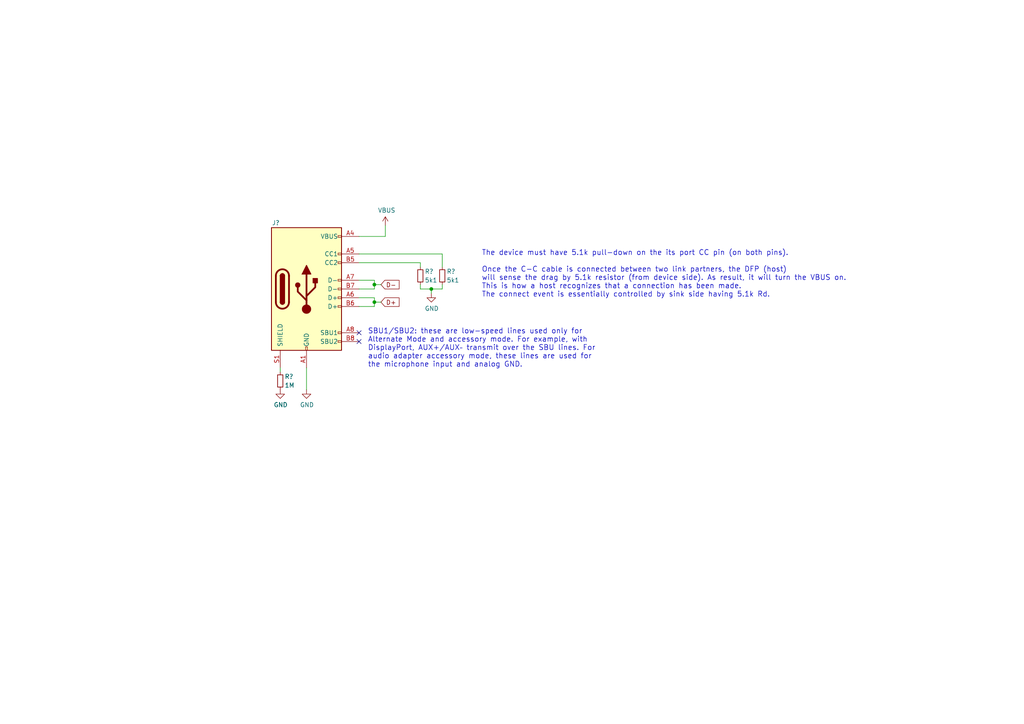
<source format=kicad_sch>
(kicad_sch (version 20211123) (generator eeschema)
  (paper "A4")
  (lib_symbols
    (symbol "Connector:USB_C_Receptacle_USB2.0" (pin_names (offset 1.016))
      (property "Reference" "J" (at -10.16 19.05 0))
      (property "Value" "USB_C_Receptacle_USB2.0" (at 19.05 19.05 0))
      (symbol "USB_C_Receptacle_USB2.0_0_0"
        (rectangle (start -0.254 -17.78) (end 0.254 -16.764))
        (rectangle (start 10.16 -14.986) (end 9.144 -15.494))
        (rectangle (start 10.16 -12.446) (end 9.144 -12.954))
        (rectangle (start 10.16 -4.826) (end 9.144 -5.334))
        (rectangle (start 10.16 -2.286) (end 9.144 -2.794))
        (rectangle (start 10.16 0.254) (end 9.144 -0.254))
        (rectangle (start 10.16 2.794) (end 9.144 2.286))
        (rectangle (start 10.16 7.874) (end 9.144 7.366))
        (rectangle (start 10.16 10.414) (end 9.144 9.906))
        (rectangle (start 10.16 15.494) (end 9.144 14.986))
      )
      (symbol "USB_C_Receptacle_USB2.0_0_1"
        (rectangle (start -10.16 17.78) (end 10.16 -17.78) (stroke (width 0.254)) (fill (type background)))
        (arc (start -8.89 -3.81) (mid -6.985 -5.715) (end -5.08 -3.81) (stroke (width 0.508)))
        (arc (start -7.62 -3.81) (mid -6.985 -4.445) (end -6.35 -3.81) (stroke (width 0.254)))
        (arc (start -7.62 -3.81) (mid -6.985 -4.445) (end -6.35 -3.81) (stroke (width 0.254)) (fill (type outline)))
        (rectangle (start -7.62 -3.81) (end -6.35 3.81) (stroke (width 0.254)) (fill (type outline)))
        (arc (start -6.35 3.81) (mid -6.985 4.445) (end -7.62 3.81) (stroke (width 0.254)))
        (arc (start -6.35 3.81) (mid -6.985 4.445) (end -7.62 3.81) (stroke (width 0.254)) (fill (type outline)))
        (arc (start -5.08 3.81) (mid -6.985 5.715) (end -8.89 3.81) (stroke (width 0.508)))
        (circle (center -2.54 1.143) (radius 0.635) (stroke (width 0.254)) (fill (type outline)))
        (circle (center 0 -5.842) (radius 1.27) (fill (type outline)))
        (polyline (pts (xy -8.89 -3.81) (xy -8.89 3.81)) (stroke (width 0.508)))
        (polyline (pts (xy -5.08 3.81) (xy -5.08 -3.81)) (stroke (width 0.508)))
        (polyline (pts (xy 0 -5.842) (xy 0 4.318)) (stroke (width 0.508)))
        (polyline (pts (xy 0 -3.302) (xy -2.54 -0.762) (xy -2.54 0.508)) (stroke (width 0.508)))
        (polyline (pts (xy 0 -2.032) (xy 2.54 0.508) (xy 2.54 1.778)) (stroke (width 0.508)))
        (polyline (pts (xy -1.27 4.318) (xy 0 6.858) (xy 1.27 4.318) (xy -1.27 4.318)) (stroke (width 0.254)) (fill (type outline)))
        (rectangle (start 1.905 1.778) (end 3.175 3.048) (stroke (width 0.254)) (fill (type outline)))
      )
      (symbol "USB_C_Receptacle_USB2.0_1_1"
        (pin passive line (at 0 -22.86 90) (length 5.08) (name "GND") (number "A1"))
        (pin passive line (at 0 -22.86 90) (length 5.08) hide (name "GND") (number "A12"))
        (pin passive line (at 15.24 15.24 180) (length 5.08) (name "VBUS") (number "A4"))
        (pin bidirectional line (at 15.24 10.16 180) (length 5.08) (name "CC1") (number "A5"))
        (pin bidirectional line (at 15.24 -2.54 180) (length 5.08) (name "D+") (number "A6"))
        (pin bidirectional line (at 15.24 2.54 180) (length 5.08) (name "D-") (number "A7"))
        (pin bidirectional line (at 15.24 -12.7 180) (length 5.08) (name "SBU1") (number "A8"))
        (pin passive line (at 15.24 15.24 180) (length 5.08) hide (name "VBUS") (number "A9"))
        (pin passive line (at 0 -22.86 90) (length 5.08) hide (name "GND") (number "B1"))
        (pin passive line (at 0 -22.86 90) (length 5.08) hide (name "GND") (number "B12"))
        (pin passive line (at 15.24 15.24 180) (length 5.08) hide (name "VBUS") (number "B4"))
        (pin bidirectional line (at 15.24 7.62 180) (length 5.08) (name "CC2") (number "B5"))
        (pin bidirectional line (at 15.24 -5.08 180) (length 5.08) (name "D+") (number "B6"))
        (pin bidirectional line (at 15.24 0 180) (length 5.08) (name "D-") (number "B7"))
        (pin bidirectional line (at 15.24 -15.24 180) (length 5.08) (name "SBU2") (number "B8"))
        (pin passive line (at 15.24 15.24 180) (length 5.08) hide (name "VBUS") (number "B9"))
        (pin passive line (at -7.62 -22.86 90) (length 5.08) (name "SHIELD") (number "S1"))
      )
    )
    (symbol "Device:R_Small" (pin_numbers hide) (pin_names (offset 0.254) hide)
      (property "Reference" "R" (at 0.762 0.508 0))
      (property "Value" "R_Small" (at 0.762 -1.016 0))
      (symbol "R_Small_0_1"
        (rectangle (start -0.762 1.778) (end 0.762 -1.778) (stroke (width 0.2032)))
      )
      (symbol "R_Small_1_1"
        (pin passive line (at 0 2.54 270) (length 0.762) (name "~") (number "1"))
        (pin passive line (at 0 -2.54 90) (length 0.762) (name "~") (number "2"))
      )
    )
    (symbol "power:GND" (power) (pin_names (offset 0))
      (property "Value" "GND" (at 0 -3.81 0))
      (symbol "GND_0_1"
        (polyline (pts (xy 0 0) (xy 0 -1.27) (xy 1.27 -1.27) (xy 0 -2.54) (xy -1.27 -1.27) (xy 0 -1.27)))
      )
      (symbol "GND_1_1"
        (pin power_in line (at 0 0 270) (length 0) hide (name "GND") (number "1"))
      )
    )
    (symbol "power:VBUS" (power) (pin_names (offset 0))
      (property "Value" "VBUS" (at 0 3.81 0))
      (symbol "VBUS_0_1"
        (polyline (pts (xy -0.762 1.27) (xy 0 2.54)))
        (polyline (pts (xy 0 0) (xy 0 2.54)))
        (polyline (pts (xy 0 2.54) (xy 0.762 1.27)))
      )
      (symbol "VBUS_1_1"
        (pin power_in line (at 0 0 90) (length 0) hide (name "VBUS") (number "1"))
      )
    )
  )
  (junction (at 108.585 87.63))
  (junction (at 108.585 82.55))
  (junction (at 125.095 83.82))
  (no_connect (at 104.14 99.06))
  (no_connect (at 104.14 96.52))
  (wire (pts (xy 121.92 82.55) (xy 121.92 83.82)))
  (wire (pts (xy 104.14 86.36) (xy 108.585 86.36)))
  (wire (pts (xy 104.14 73.66) (xy 128.27 73.66)))
  (wire (pts (xy 128.27 83.82) (xy 128.27 82.55)))
  (wire (pts (xy 108.585 88.9) (xy 104.14 88.9)))
  (wire (pts (xy 108.585 87.63) (xy 108.585 88.9)))
  (wire (pts (xy 108.585 81.28) (xy 108.585 82.55)))
  (wire (pts (xy 108.585 82.55) (xy 110.49 82.55)))
  (wire (pts (xy 108.585 87.63) (xy 110.49 87.63)))
  (wire (pts (xy 125.095 83.82) (xy 128.27 83.82)))
  (wire (pts (xy 121.92 83.82) (xy 125.095 83.82)))
  (wire (pts (xy 125.095 83.82) (xy 125.095 85.09)))
  (wire (pts (xy 88.9 106.68) (xy 88.9 113.03)))
  (wire (pts (xy 81.28 106.68) (xy 81.28 107.95)))
  (wire (pts (xy 108.585 86.36) (xy 108.585 87.63)))
  (wire (pts (xy 111.76 68.58) (xy 111.76 65.405)))
  (wire (pts (xy 108.585 82.55) (xy 108.585 83.82)))
  (wire (pts (xy 128.27 73.66) (xy 128.27 77.47)))
  (wire (pts (xy 121.92 76.2) (xy 121.92 77.47)))
  (wire (pts (xy 104.14 81.28) (xy 108.585 81.28)))
  (wire (pts (xy 108.585 83.82) (xy 104.14 83.82)))
  (wire (pts (xy 104.14 68.58) (xy 111.76 68.58)))
  (wire (pts (xy 104.14 76.2) (xy 121.92 76.2)))
  (text "The device must have 5.1k pull-down on the its port CC pin (on both pins).\n\nOnce the C-C cable is connected between two link partners, the DFP (host)\nwill sense the drag by 5.1k resistor (from device side). As result, it will turn the VBUS on.\nThis is how a host recognizes that a connection has been made.\nThe connect event is essentially controlled by sink side having 5.1k Rd." (at 139.7 86.36 0) (effects (font (size 1.4986 1.4986)) (justify left bottom)))
  (text "SBU1/SBU2: these are low-speed lines used only for\nAlternate Mode and accessory mode. For example, with\nDisplayPort, AUX+/AUX– transmit over the SBU lines. For\naudio adapter accessory mode, these lines are used for\nthe microphone input and analog GND." (at 106.68 106.68 0) (effects (font (size 1.4986 1.4986)) (justify left bottom)))
  (global_label "D-" (shape input) (at 110.49 82.55 0) (property "Intersheet References" "${INTERSHEET_REFS}" (effects hide)))
  (global_label "D+" (shape input) (at 110.49 87.63 0) (property "Intersheet References" "${INTERSHEET_REFS}" (effects hide)))
  (symbol (lib_id "power:VBUS") (at 111.76 65.405 0) (unit 1)
    (property "Reference" "#PWR0101" (effects hide))
    (property "Value" "VBUS" (at 112.141 61.0108 0))
  )
  (symbol (lib_id "power:GND") (at 81.28 113.03 0) (unit 1)
    (property "Reference" "#PWR0102" (effects hide))
    (property "Value" "GND" (at 81.407 117.4242 0))
  )
  (symbol (lib_id "Device:R_Small") (at 121.92 80.01 0) (unit 1)
    (property "Reference" "R?" (at 123.19 78.74 0) (effects (justify left)))
    (property "Value" "5k1" (at 123.19 81.28 0) (effects (justify left)))
  )
  (symbol (lib_id "Connector:USB_C_Receptacle_USB2.0") (at 88.9 83.82 0) (unit 1)
    (property "Reference" "J?" (at 80.01 64.643 0))
    (property "Value" "USB_C_Receptacle_USB2.0" (effects hide))
  )
  (symbol (lib_id "Device:R_Small") (at 81.28 110.49 0) (unit 1)
    (property "Reference" "R?" (at 82.55 109.22 0) (effects (justify left)))
    (property "Value" "1M" (at 82.55 111.76 0) (effects (justify left)))
  )
  (symbol (lib_id "power:GND") (at 88.9 113.03 0) (unit 1)
    (property "Reference" "#PWR0103" (effects hide))
    (property "Value" "GND" (at 89.027 117.4242 0))
  )
  (symbol (lib_id "Device:R_Small") (at 128.27 80.01 0) (unit 1)
    (property "Reference" "R?" (at 129.54 78.74 0) (effects (justify left)))
    (property "Value" "5k1" (at 129.54 81.28 0) (effects (justify left)))
  )
  (symbol (lib_id "power:GND") (at 125.095 85.09 0) (unit 1)
    (property "Reference" "#PWR0104" (effects hide))
    (property "Value" "GND" (at 125.222 89.4842 0))
  )
)
</source>
